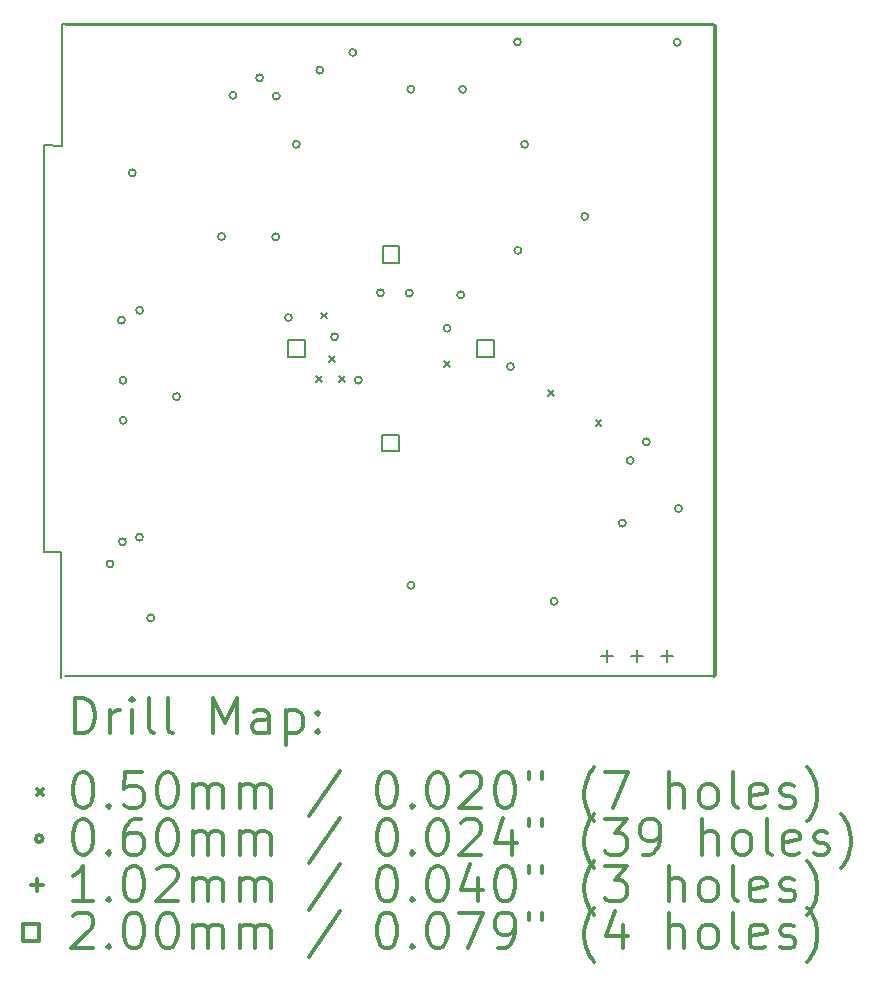
<source format=gbr>
%FSLAX45Y45*%
G04 Gerber Fmt 4.5, Leading zero omitted, Abs format (unit mm)*
G04 Created by KiCad (PCBNEW 4.0.6) date 05/08/17 07:10:59*
%MOMM*%
%LPD*%
G01*
G04 APERTURE LIST*
%ADD10C,0.127000*%
%ADD11C,0.150000*%
%ADD12C,0.200000*%
%ADD13C,0.300000*%
G04 APERTURE END LIST*
D10*
D11*
X20994170Y-8797350D02*
X20834450Y-8787510D01*
X20834450Y-8787510D02*
X20839530Y-12232470D01*
X20839530Y-12232470D02*
X20984330Y-12227930D01*
X20984330Y-12227930D02*
X20984330Y-13294730D01*
X26513530Y-13290290D02*
X26518610Y-7765790D01*
X26518610Y-7765790D02*
X20986870Y-7759450D01*
X20986870Y-7759450D02*
X20994170Y-8797350D01*
X26509810Y-13264390D02*
X26509810Y-7764390D01*
X26513210Y-7761890D02*
X21013210Y-7761890D01*
X26513210Y-13261890D02*
X26513210Y-7761890D01*
X21019610Y-13278290D02*
X26519610Y-13278290D01*
X26519610Y-13278290D02*
X26519610Y-7778290D01*
X26524010Y-7771090D02*
X21024010Y-7771090D01*
X26524010Y-13271090D02*
X26524010Y-7771090D01*
D12*
X23141310Y-10743190D02*
X23191310Y-10793190D01*
X23191310Y-10743190D02*
X23141310Y-10793190D01*
X23185210Y-10204190D02*
X23235210Y-10254190D01*
X23235210Y-10204190D02*
X23185210Y-10254190D01*
X23247610Y-10574490D02*
X23297610Y-10624490D01*
X23297610Y-10574490D02*
X23247610Y-10624490D01*
X23338710Y-10743190D02*
X23388710Y-10793190D01*
X23388710Y-10743190D02*
X23338710Y-10793190D01*
X24226910Y-10613790D02*
X24276910Y-10663790D01*
X24276910Y-10613790D02*
X24226910Y-10663790D01*
X25108410Y-10863290D02*
X25158410Y-10913290D01*
X25158410Y-10863290D02*
X25108410Y-10913290D01*
X25507410Y-11117890D02*
X25557410Y-11167890D01*
X25557410Y-11117890D02*
X25507410Y-11167890D01*
X21426710Y-12331990D02*
G75*
G03X21426710Y-12331990I-30000J0D01*
G01*
X21523510Y-10268890D02*
G75*
G03X21523510Y-10268890I-30000J0D01*
G01*
X21531810Y-12145290D02*
G75*
G03X21531810Y-12145290I-30000J0D01*
G01*
X21536010Y-10776590D02*
G75*
G03X21536010Y-10776590I-30000J0D01*
G01*
X21538410Y-11116290D02*
G75*
G03X21538410Y-11116290I-30000J0D01*
G01*
X21614310Y-9021090D02*
G75*
G03X21614310Y-9021090I-30000J0D01*
G01*
X21676210Y-12105990D02*
G75*
G03X21676210Y-12105990I-30000J0D01*
G01*
X21677010Y-10184890D02*
G75*
G03X21677010Y-10184890I-30000J0D01*
G01*
X21770310Y-12789590D02*
G75*
G03X21770310Y-12789590I-30000J0D01*
G01*
X21989910Y-10916290D02*
G75*
G03X21989910Y-10916290I-30000J0D01*
G01*
X22370610Y-9560090D02*
G75*
G03X22370610Y-9560090I-30000J0D01*
G01*
X22467360Y-8365540D02*
G75*
G03X22467360Y-8365540I-30000J0D01*
G01*
X22692910Y-8217290D02*
G75*
G03X22692910Y-8217290I-30000J0D01*
G01*
X22829710Y-9563290D02*
G75*
G03X22829710Y-9563290I-30000J0D01*
G01*
X22834210Y-8372390D02*
G75*
G03X22834210Y-8372390I-30000J0D01*
G01*
X22936710Y-10247090D02*
G75*
G03X22936710Y-10247090I-30000J0D01*
G01*
X23004310Y-8779490D02*
G75*
G03X23004310Y-8779490I-30000J0D01*
G01*
X23203430Y-8151870D02*
G75*
G03X23203430Y-8151870I-30000J0D01*
G01*
X23327890Y-10409930D02*
G75*
G03X23327890Y-10409930I-30000J0D01*
G01*
X23482830Y-8002010D02*
G75*
G03X23482830Y-8002010I-30000J0D01*
G01*
X23528550Y-10775690D02*
G75*
G03X23528550Y-10775690I-30000J0D01*
G01*
X23716510Y-10036550D02*
G75*
G03X23716510Y-10036550I-30000J0D01*
G01*
X23959870Y-10039210D02*
G75*
G03X23959870Y-10039210I-30000J0D01*
G01*
X23973050Y-8314430D02*
G75*
G03X23973050Y-8314430I-30000J0D01*
G01*
X23974410Y-12513790D02*
G75*
G03X23974410Y-12513790I-30000J0D01*
G01*
X24280390Y-10336270D02*
G75*
G03X24280390Y-10336270I-30000J0D01*
G01*
X24396010Y-10053690D02*
G75*
G03X24396010Y-10053690I-30000J0D01*
G01*
X24412470Y-8314430D02*
G75*
G03X24412470Y-8314430I-30000J0D01*
G01*
X24816330Y-10661390D02*
G75*
G03X24816330Y-10661390I-30000J0D01*
G01*
X24877010Y-7912790D02*
G75*
G03X24877010Y-7912790I-30000J0D01*
G01*
X24879610Y-9678190D02*
G75*
G03X24879610Y-9678190I-30000J0D01*
G01*
X24936910Y-8779490D02*
G75*
G03X24936910Y-8779490I-30000J0D01*
G01*
X25186510Y-12649690D02*
G75*
G03X25186510Y-12649690I-30000J0D01*
G01*
X25446410Y-9390290D02*
G75*
G03X25446410Y-9390290I-30000J0D01*
G01*
X25764110Y-11986090D02*
G75*
G03X25764110Y-11986090I-30000J0D01*
G01*
X25830810Y-11456390D02*
G75*
G03X25830810Y-11456390I-30000J0D01*
G01*
X25966950Y-11298930D02*
G75*
G03X25966950Y-11298930I-30000J0D01*
G01*
X26228810Y-7916590D02*
G75*
G03X26228810Y-7916590I-30000J0D01*
G01*
X26239410Y-11863390D02*
G75*
G03X26239410Y-11863390I-30000J0D01*
G01*
X25604210Y-13059150D02*
X25604210Y-13160750D01*
X25553410Y-13109950D02*
X25655010Y-13109950D01*
X25858210Y-13059150D02*
X25858210Y-13160750D01*
X25807410Y-13109950D02*
X25909010Y-13109950D01*
X26112210Y-13059150D02*
X26112210Y-13160750D01*
X26061410Y-13109950D02*
X26163010Y-13109950D01*
X23046021Y-10579701D02*
X23046021Y-10438279D01*
X22904599Y-10438279D01*
X22904599Y-10579701D01*
X23046021Y-10579701D01*
X23843581Y-11379801D02*
X23843581Y-11238379D01*
X23702159Y-11238379D01*
X23702159Y-11379801D01*
X23843581Y-11379801D01*
X23846821Y-9781601D02*
X23846821Y-9640179D01*
X23705399Y-9640179D01*
X23705399Y-9781601D01*
X23846821Y-9781601D01*
X24646221Y-10579701D02*
X24646221Y-10438279D01*
X24504799Y-10438279D01*
X24504799Y-10579701D01*
X24646221Y-10579701D01*
D13*
X21098379Y-13767944D02*
X21098379Y-13467944D01*
X21169807Y-13467944D01*
X21212664Y-13482230D01*
X21241236Y-13510801D01*
X21255521Y-13539373D01*
X21269807Y-13596516D01*
X21269807Y-13639373D01*
X21255521Y-13696516D01*
X21241236Y-13725087D01*
X21212664Y-13753659D01*
X21169807Y-13767944D01*
X21098379Y-13767944D01*
X21398379Y-13767944D02*
X21398379Y-13567944D01*
X21398379Y-13625087D02*
X21412664Y-13596516D01*
X21426950Y-13582230D01*
X21455521Y-13567944D01*
X21484093Y-13567944D01*
X21584093Y-13767944D02*
X21584093Y-13567944D01*
X21584093Y-13467944D02*
X21569807Y-13482230D01*
X21584093Y-13496516D01*
X21598379Y-13482230D01*
X21584093Y-13467944D01*
X21584093Y-13496516D01*
X21769807Y-13767944D02*
X21741236Y-13753659D01*
X21726950Y-13725087D01*
X21726950Y-13467944D01*
X21926950Y-13767944D02*
X21898379Y-13753659D01*
X21884093Y-13725087D01*
X21884093Y-13467944D01*
X22269807Y-13767944D02*
X22269807Y-13467944D01*
X22369807Y-13682230D01*
X22469807Y-13467944D01*
X22469807Y-13767944D01*
X22741236Y-13767944D02*
X22741236Y-13610801D01*
X22726950Y-13582230D01*
X22698378Y-13567944D01*
X22641236Y-13567944D01*
X22612664Y-13582230D01*
X22741236Y-13753659D02*
X22712664Y-13767944D01*
X22641236Y-13767944D01*
X22612664Y-13753659D01*
X22598378Y-13725087D01*
X22598378Y-13696516D01*
X22612664Y-13667944D01*
X22641236Y-13653659D01*
X22712664Y-13653659D01*
X22741236Y-13639373D01*
X22884093Y-13567944D02*
X22884093Y-13867944D01*
X22884093Y-13582230D02*
X22912664Y-13567944D01*
X22969807Y-13567944D01*
X22998378Y-13582230D01*
X23012664Y-13596516D01*
X23026950Y-13625087D01*
X23026950Y-13710801D01*
X23012664Y-13739373D01*
X22998378Y-13753659D01*
X22969807Y-13767944D01*
X22912664Y-13767944D01*
X22884093Y-13753659D01*
X23155521Y-13739373D02*
X23169807Y-13753659D01*
X23155521Y-13767944D01*
X23141236Y-13753659D01*
X23155521Y-13739373D01*
X23155521Y-13767944D01*
X23155521Y-13582230D02*
X23169807Y-13596516D01*
X23155521Y-13610801D01*
X23141236Y-13596516D01*
X23155521Y-13582230D01*
X23155521Y-13610801D01*
X20776950Y-14237230D02*
X20826950Y-14287230D01*
X20826950Y-14237230D02*
X20776950Y-14287230D01*
X21155521Y-14097944D02*
X21184093Y-14097944D01*
X21212664Y-14112230D01*
X21226950Y-14126516D01*
X21241236Y-14155087D01*
X21255521Y-14212230D01*
X21255521Y-14283659D01*
X21241236Y-14340801D01*
X21226950Y-14369373D01*
X21212664Y-14383659D01*
X21184093Y-14397944D01*
X21155521Y-14397944D01*
X21126950Y-14383659D01*
X21112664Y-14369373D01*
X21098379Y-14340801D01*
X21084093Y-14283659D01*
X21084093Y-14212230D01*
X21098379Y-14155087D01*
X21112664Y-14126516D01*
X21126950Y-14112230D01*
X21155521Y-14097944D01*
X21384093Y-14369373D02*
X21398379Y-14383659D01*
X21384093Y-14397944D01*
X21369807Y-14383659D01*
X21384093Y-14369373D01*
X21384093Y-14397944D01*
X21669807Y-14097944D02*
X21526950Y-14097944D01*
X21512664Y-14240801D01*
X21526950Y-14226516D01*
X21555521Y-14212230D01*
X21626950Y-14212230D01*
X21655521Y-14226516D01*
X21669807Y-14240801D01*
X21684093Y-14269373D01*
X21684093Y-14340801D01*
X21669807Y-14369373D01*
X21655521Y-14383659D01*
X21626950Y-14397944D01*
X21555521Y-14397944D01*
X21526950Y-14383659D01*
X21512664Y-14369373D01*
X21869807Y-14097944D02*
X21898379Y-14097944D01*
X21926950Y-14112230D01*
X21941236Y-14126516D01*
X21955521Y-14155087D01*
X21969807Y-14212230D01*
X21969807Y-14283659D01*
X21955521Y-14340801D01*
X21941236Y-14369373D01*
X21926950Y-14383659D01*
X21898379Y-14397944D01*
X21869807Y-14397944D01*
X21841236Y-14383659D01*
X21826950Y-14369373D01*
X21812664Y-14340801D01*
X21798379Y-14283659D01*
X21798379Y-14212230D01*
X21812664Y-14155087D01*
X21826950Y-14126516D01*
X21841236Y-14112230D01*
X21869807Y-14097944D01*
X22098379Y-14397944D02*
X22098379Y-14197944D01*
X22098379Y-14226516D02*
X22112664Y-14212230D01*
X22141236Y-14197944D01*
X22184093Y-14197944D01*
X22212664Y-14212230D01*
X22226950Y-14240801D01*
X22226950Y-14397944D01*
X22226950Y-14240801D02*
X22241236Y-14212230D01*
X22269807Y-14197944D01*
X22312664Y-14197944D01*
X22341236Y-14212230D01*
X22355521Y-14240801D01*
X22355521Y-14397944D01*
X22498378Y-14397944D02*
X22498378Y-14197944D01*
X22498378Y-14226516D02*
X22512664Y-14212230D01*
X22541236Y-14197944D01*
X22584093Y-14197944D01*
X22612664Y-14212230D01*
X22626950Y-14240801D01*
X22626950Y-14397944D01*
X22626950Y-14240801D02*
X22641236Y-14212230D01*
X22669807Y-14197944D01*
X22712664Y-14197944D01*
X22741236Y-14212230D01*
X22755521Y-14240801D01*
X22755521Y-14397944D01*
X23341236Y-14083659D02*
X23084093Y-14469373D01*
X23726950Y-14097944D02*
X23755521Y-14097944D01*
X23784093Y-14112230D01*
X23798378Y-14126516D01*
X23812664Y-14155087D01*
X23826950Y-14212230D01*
X23826950Y-14283659D01*
X23812664Y-14340801D01*
X23798378Y-14369373D01*
X23784093Y-14383659D01*
X23755521Y-14397944D01*
X23726950Y-14397944D01*
X23698378Y-14383659D01*
X23684093Y-14369373D01*
X23669807Y-14340801D01*
X23655521Y-14283659D01*
X23655521Y-14212230D01*
X23669807Y-14155087D01*
X23684093Y-14126516D01*
X23698378Y-14112230D01*
X23726950Y-14097944D01*
X23955521Y-14369373D02*
X23969807Y-14383659D01*
X23955521Y-14397944D01*
X23941236Y-14383659D01*
X23955521Y-14369373D01*
X23955521Y-14397944D01*
X24155521Y-14097944D02*
X24184093Y-14097944D01*
X24212664Y-14112230D01*
X24226950Y-14126516D01*
X24241235Y-14155087D01*
X24255521Y-14212230D01*
X24255521Y-14283659D01*
X24241235Y-14340801D01*
X24226950Y-14369373D01*
X24212664Y-14383659D01*
X24184093Y-14397944D01*
X24155521Y-14397944D01*
X24126950Y-14383659D01*
X24112664Y-14369373D01*
X24098378Y-14340801D01*
X24084093Y-14283659D01*
X24084093Y-14212230D01*
X24098378Y-14155087D01*
X24112664Y-14126516D01*
X24126950Y-14112230D01*
X24155521Y-14097944D01*
X24369807Y-14126516D02*
X24384093Y-14112230D01*
X24412664Y-14097944D01*
X24484093Y-14097944D01*
X24512664Y-14112230D01*
X24526950Y-14126516D01*
X24541235Y-14155087D01*
X24541235Y-14183659D01*
X24526950Y-14226516D01*
X24355521Y-14397944D01*
X24541235Y-14397944D01*
X24726950Y-14097944D02*
X24755521Y-14097944D01*
X24784093Y-14112230D01*
X24798378Y-14126516D01*
X24812664Y-14155087D01*
X24826950Y-14212230D01*
X24826950Y-14283659D01*
X24812664Y-14340801D01*
X24798378Y-14369373D01*
X24784093Y-14383659D01*
X24755521Y-14397944D01*
X24726950Y-14397944D01*
X24698378Y-14383659D01*
X24684093Y-14369373D01*
X24669807Y-14340801D01*
X24655521Y-14283659D01*
X24655521Y-14212230D01*
X24669807Y-14155087D01*
X24684093Y-14126516D01*
X24698378Y-14112230D01*
X24726950Y-14097944D01*
X24941236Y-14097944D02*
X24941236Y-14155087D01*
X25055521Y-14097944D02*
X25055521Y-14155087D01*
X25498378Y-14512230D02*
X25484093Y-14497944D01*
X25455521Y-14455087D01*
X25441235Y-14426516D01*
X25426950Y-14383659D01*
X25412664Y-14312230D01*
X25412664Y-14255087D01*
X25426950Y-14183659D01*
X25441235Y-14140801D01*
X25455521Y-14112230D01*
X25484093Y-14069373D01*
X25498378Y-14055087D01*
X25584093Y-14097944D02*
X25784093Y-14097944D01*
X25655521Y-14397944D01*
X26126950Y-14397944D02*
X26126950Y-14097944D01*
X26255521Y-14397944D02*
X26255521Y-14240801D01*
X26241235Y-14212230D01*
X26212664Y-14197944D01*
X26169807Y-14197944D01*
X26141235Y-14212230D01*
X26126950Y-14226516D01*
X26441235Y-14397944D02*
X26412664Y-14383659D01*
X26398378Y-14369373D01*
X26384093Y-14340801D01*
X26384093Y-14255087D01*
X26398378Y-14226516D01*
X26412664Y-14212230D01*
X26441235Y-14197944D01*
X26484093Y-14197944D01*
X26512664Y-14212230D01*
X26526950Y-14226516D01*
X26541235Y-14255087D01*
X26541235Y-14340801D01*
X26526950Y-14369373D01*
X26512664Y-14383659D01*
X26484093Y-14397944D01*
X26441235Y-14397944D01*
X26712664Y-14397944D02*
X26684093Y-14383659D01*
X26669807Y-14355087D01*
X26669807Y-14097944D01*
X26941236Y-14383659D02*
X26912664Y-14397944D01*
X26855521Y-14397944D01*
X26826950Y-14383659D01*
X26812664Y-14355087D01*
X26812664Y-14240801D01*
X26826950Y-14212230D01*
X26855521Y-14197944D01*
X26912664Y-14197944D01*
X26941236Y-14212230D01*
X26955521Y-14240801D01*
X26955521Y-14269373D01*
X26812664Y-14297944D01*
X27069807Y-14383659D02*
X27098378Y-14397944D01*
X27155521Y-14397944D01*
X27184093Y-14383659D01*
X27198378Y-14355087D01*
X27198378Y-14340801D01*
X27184093Y-14312230D01*
X27155521Y-14297944D01*
X27112664Y-14297944D01*
X27084093Y-14283659D01*
X27069807Y-14255087D01*
X27069807Y-14240801D01*
X27084093Y-14212230D01*
X27112664Y-14197944D01*
X27155521Y-14197944D01*
X27184093Y-14212230D01*
X27298378Y-14512230D02*
X27312664Y-14497944D01*
X27341236Y-14455087D01*
X27355521Y-14426516D01*
X27369807Y-14383659D01*
X27384093Y-14312230D01*
X27384093Y-14255087D01*
X27369807Y-14183659D01*
X27355521Y-14140801D01*
X27341236Y-14112230D01*
X27312664Y-14069373D01*
X27298378Y-14055087D01*
X20826950Y-14658230D02*
G75*
G03X20826950Y-14658230I-30000J0D01*
G01*
X21155521Y-14493944D02*
X21184093Y-14493944D01*
X21212664Y-14508230D01*
X21226950Y-14522516D01*
X21241236Y-14551087D01*
X21255521Y-14608230D01*
X21255521Y-14679659D01*
X21241236Y-14736801D01*
X21226950Y-14765373D01*
X21212664Y-14779659D01*
X21184093Y-14793944D01*
X21155521Y-14793944D01*
X21126950Y-14779659D01*
X21112664Y-14765373D01*
X21098379Y-14736801D01*
X21084093Y-14679659D01*
X21084093Y-14608230D01*
X21098379Y-14551087D01*
X21112664Y-14522516D01*
X21126950Y-14508230D01*
X21155521Y-14493944D01*
X21384093Y-14765373D02*
X21398379Y-14779659D01*
X21384093Y-14793944D01*
X21369807Y-14779659D01*
X21384093Y-14765373D01*
X21384093Y-14793944D01*
X21655521Y-14493944D02*
X21598378Y-14493944D01*
X21569807Y-14508230D01*
X21555521Y-14522516D01*
X21526950Y-14565373D01*
X21512664Y-14622516D01*
X21512664Y-14736801D01*
X21526950Y-14765373D01*
X21541236Y-14779659D01*
X21569807Y-14793944D01*
X21626950Y-14793944D01*
X21655521Y-14779659D01*
X21669807Y-14765373D01*
X21684093Y-14736801D01*
X21684093Y-14665373D01*
X21669807Y-14636801D01*
X21655521Y-14622516D01*
X21626950Y-14608230D01*
X21569807Y-14608230D01*
X21541236Y-14622516D01*
X21526950Y-14636801D01*
X21512664Y-14665373D01*
X21869807Y-14493944D02*
X21898379Y-14493944D01*
X21926950Y-14508230D01*
X21941236Y-14522516D01*
X21955521Y-14551087D01*
X21969807Y-14608230D01*
X21969807Y-14679659D01*
X21955521Y-14736801D01*
X21941236Y-14765373D01*
X21926950Y-14779659D01*
X21898379Y-14793944D01*
X21869807Y-14793944D01*
X21841236Y-14779659D01*
X21826950Y-14765373D01*
X21812664Y-14736801D01*
X21798379Y-14679659D01*
X21798379Y-14608230D01*
X21812664Y-14551087D01*
X21826950Y-14522516D01*
X21841236Y-14508230D01*
X21869807Y-14493944D01*
X22098379Y-14793944D02*
X22098379Y-14593944D01*
X22098379Y-14622516D02*
X22112664Y-14608230D01*
X22141236Y-14593944D01*
X22184093Y-14593944D01*
X22212664Y-14608230D01*
X22226950Y-14636801D01*
X22226950Y-14793944D01*
X22226950Y-14636801D02*
X22241236Y-14608230D01*
X22269807Y-14593944D01*
X22312664Y-14593944D01*
X22341236Y-14608230D01*
X22355521Y-14636801D01*
X22355521Y-14793944D01*
X22498378Y-14793944D02*
X22498378Y-14593944D01*
X22498378Y-14622516D02*
X22512664Y-14608230D01*
X22541236Y-14593944D01*
X22584093Y-14593944D01*
X22612664Y-14608230D01*
X22626950Y-14636801D01*
X22626950Y-14793944D01*
X22626950Y-14636801D02*
X22641236Y-14608230D01*
X22669807Y-14593944D01*
X22712664Y-14593944D01*
X22741236Y-14608230D01*
X22755521Y-14636801D01*
X22755521Y-14793944D01*
X23341236Y-14479659D02*
X23084093Y-14865373D01*
X23726950Y-14493944D02*
X23755521Y-14493944D01*
X23784093Y-14508230D01*
X23798378Y-14522516D01*
X23812664Y-14551087D01*
X23826950Y-14608230D01*
X23826950Y-14679659D01*
X23812664Y-14736801D01*
X23798378Y-14765373D01*
X23784093Y-14779659D01*
X23755521Y-14793944D01*
X23726950Y-14793944D01*
X23698378Y-14779659D01*
X23684093Y-14765373D01*
X23669807Y-14736801D01*
X23655521Y-14679659D01*
X23655521Y-14608230D01*
X23669807Y-14551087D01*
X23684093Y-14522516D01*
X23698378Y-14508230D01*
X23726950Y-14493944D01*
X23955521Y-14765373D02*
X23969807Y-14779659D01*
X23955521Y-14793944D01*
X23941236Y-14779659D01*
X23955521Y-14765373D01*
X23955521Y-14793944D01*
X24155521Y-14493944D02*
X24184093Y-14493944D01*
X24212664Y-14508230D01*
X24226950Y-14522516D01*
X24241235Y-14551087D01*
X24255521Y-14608230D01*
X24255521Y-14679659D01*
X24241235Y-14736801D01*
X24226950Y-14765373D01*
X24212664Y-14779659D01*
X24184093Y-14793944D01*
X24155521Y-14793944D01*
X24126950Y-14779659D01*
X24112664Y-14765373D01*
X24098378Y-14736801D01*
X24084093Y-14679659D01*
X24084093Y-14608230D01*
X24098378Y-14551087D01*
X24112664Y-14522516D01*
X24126950Y-14508230D01*
X24155521Y-14493944D01*
X24369807Y-14522516D02*
X24384093Y-14508230D01*
X24412664Y-14493944D01*
X24484093Y-14493944D01*
X24512664Y-14508230D01*
X24526950Y-14522516D01*
X24541235Y-14551087D01*
X24541235Y-14579659D01*
X24526950Y-14622516D01*
X24355521Y-14793944D01*
X24541235Y-14793944D01*
X24798378Y-14593944D02*
X24798378Y-14793944D01*
X24726950Y-14479659D02*
X24655521Y-14693944D01*
X24841235Y-14693944D01*
X24941236Y-14493944D02*
X24941236Y-14551087D01*
X25055521Y-14493944D02*
X25055521Y-14551087D01*
X25498378Y-14908230D02*
X25484093Y-14893944D01*
X25455521Y-14851087D01*
X25441235Y-14822516D01*
X25426950Y-14779659D01*
X25412664Y-14708230D01*
X25412664Y-14651087D01*
X25426950Y-14579659D01*
X25441235Y-14536801D01*
X25455521Y-14508230D01*
X25484093Y-14465373D01*
X25498378Y-14451087D01*
X25584093Y-14493944D02*
X25769807Y-14493944D01*
X25669807Y-14608230D01*
X25712664Y-14608230D01*
X25741235Y-14622516D01*
X25755521Y-14636801D01*
X25769807Y-14665373D01*
X25769807Y-14736801D01*
X25755521Y-14765373D01*
X25741235Y-14779659D01*
X25712664Y-14793944D01*
X25626950Y-14793944D01*
X25598378Y-14779659D01*
X25584093Y-14765373D01*
X25912664Y-14793944D02*
X25969807Y-14793944D01*
X25998378Y-14779659D01*
X26012664Y-14765373D01*
X26041235Y-14722516D01*
X26055521Y-14665373D01*
X26055521Y-14551087D01*
X26041235Y-14522516D01*
X26026950Y-14508230D01*
X25998378Y-14493944D01*
X25941235Y-14493944D01*
X25912664Y-14508230D01*
X25898378Y-14522516D01*
X25884093Y-14551087D01*
X25884093Y-14622516D01*
X25898378Y-14651087D01*
X25912664Y-14665373D01*
X25941235Y-14679659D01*
X25998378Y-14679659D01*
X26026950Y-14665373D01*
X26041235Y-14651087D01*
X26055521Y-14622516D01*
X26412664Y-14793944D02*
X26412664Y-14493944D01*
X26541235Y-14793944D02*
X26541235Y-14636801D01*
X26526950Y-14608230D01*
X26498378Y-14593944D01*
X26455521Y-14593944D01*
X26426950Y-14608230D01*
X26412664Y-14622516D01*
X26726950Y-14793944D02*
X26698378Y-14779659D01*
X26684093Y-14765373D01*
X26669807Y-14736801D01*
X26669807Y-14651087D01*
X26684093Y-14622516D01*
X26698378Y-14608230D01*
X26726950Y-14593944D01*
X26769807Y-14593944D01*
X26798378Y-14608230D01*
X26812664Y-14622516D01*
X26826950Y-14651087D01*
X26826950Y-14736801D01*
X26812664Y-14765373D01*
X26798378Y-14779659D01*
X26769807Y-14793944D01*
X26726950Y-14793944D01*
X26998378Y-14793944D02*
X26969807Y-14779659D01*
X26955521Y-14751087D01*
X26955521Y-14493944D01*
X27226950Y-14779659D02*
X27198378Y-14793944D01*
X27141236Y-14793944D01*
X27112664Y-14779659D01*
X27098378Y-14751087D01*
X27098378Y-14636801D01*
X27112664Y-14608230D01*
X27141236Y-14593944D01*
X27198378Y-14593944D01*
X27226950Y-14608230D01*
X27241236Y-14636801D01*
X27241236Y-14665373D01*
X27098378Y-14693944D01*
X27355521Y-14779659D02*
X27384093Y-14793944D01*
X27441236Y-14793944D01*
X27469807Y-14779659D01*
X27484093Y-14751087D01*
X27484093Y-14736801D01*
X27469807Y-14708230D01*
X27441236Y-14693944D01*
X27398378Y-14693944D01*
X27369807Y-14679659D01*
X27355521Y-14651087D01*
X27355521Y-14636801D01*
X27369807Y-14608230D01*
X27398378Y-14593944D01*
X27441236Y-14593944D01*
X27469807Y-14608230D01*
X27584093Y-14908230D02*
X27598378Y-14893944D01*
X27626950Y-14851087D01*
X27641236Y-14822516D01*
X27655521Y-14779659D01*
X27669807Y-14708230D01*
X27669807Y-14651087D01*
X27655521Y-14579659D01*
X27641236Y-14536801D01*
X27626950Y-14508230D01*
X27598378Y-14465373D01*
X27584093Y-14451087D01*
X20776150Y-15003430D02*
X20776150Y-15105030D01*
X20725350Y-15054230D02*
X20826950Y-15054230D01*
X21255521Y-15189944D02*
X21084093Y-15189944D01*
X21169807Y-15189944D02*
X21169807Y-14889944D01*
X21141236Y-14932801D01*
X21112664Y-14961373D01*
X21084093Y-14975659D01*
X21384093Y-15161373D02*
X21398379Y-15175659D01*
X21384093Y-15189944D01*
X21369807Y-15175659D01*
X21384093Y-15161373D01*
X21384093Y-15189944D01*
X21584093Y-14889944D02*
X21612664Y-14889944D01*
X21641236Y-14904230D01*
X21655521Y-14918516D01*
X21669807Y-14947087D01*
X21684093Y-15004230D01*
X21684093Y-15075659D01*
X21669807Y-15132801D01*
X21655521Y-15161373D01*
X21641236Y-15175659D01*
X21612664Y-15189944D01*
X21584093Y-15189944D01*
X21555521Y-15175659D01*
X21541236Y-15161373D01*
X21526950Y-15132801D01*
X21512664Y-15075659D01*
X21512664Y-15004230D01*
X21526950Y-14947087D01*
X21541236Y-14918516D01*
X21555521Y-14904230D01*
X21584093Y-14889944D01*
X21798379Y-14918516D02*
X21812664Y-14904230D01*
X21841236Y-14889944D01*
X21912664Y-14889944D01*
X21941236Y-14904230D01*
X21955521Y-14918516D01*
X21969807Y-14947087D01*
X21969807Y-14975659D01*
X21955521Y-15018516D01*
X21784093Y-15189944D01*
X21969807Y-15189944D01*
X22098379Y-15189944D02*
X22098379Y-14989944D01*
X22098379Y-15018516D02*
X22112664Y-15004230D01*
X22141236Y-14989944D01*
X22184093Y-14989944D01*
X22212664Y-15004230D01*
X22226950Y-15032801D01*
X22226950Y-15189944D01*
X22226950Y-15032801D02*
X22241236Y-15004230D01*
X22269807Y-14989944D01*
X22312664Y-14989944D01*
X22341236Y-15004230D01*
X22355521Y-15032801D01*
X22355521Y-15189944D01*
X22498378Y-15189944D02*
X22498378Y-14989944D01*
X22498378Y-15018516D02*
X22512664Y-15004230D01*
X22541236Y-14989944D01*
X22584093Y-14989944D01*
X22612664Y-15004230D01*
X22626950Y-15032801D01*
X22626950Y-15189944D01*
X22626950Y-15032801D02*
X22641236Y-15004230D01*
X22669807Y-14989944D01*
X22712664Y-14989944D01*
X22741236Y-15004230D01*
X22755521Y-15032801D01*
X22755521Y-15189944D01*
X23341236Y-14875659D02*
X23084093Y-15261373D01*
X23726950Y-14889944D02*
X23755521Y-14889944D01*
X23784093Y-14904230D01*
X23798378Y-14918516D01*
X23812664Y-14947087D01*
X23826950Y-15004230D01*
X23826950Y-15075659D01*
X23812664Y-15132801D01*
X23798378Y-15161373D01*
X23784093Y-15175659D01*
X23755521Y-15189944D01*
X23726950Y-15189944D01*
X23698378Y-15175659D01*
X23684093Y-15161373D01*
X23669807Y-15132801D01*
X23655521Y-15075659D01*
X23655521Y-15004230D01*
X23669807Y-14947087D01*
X23684093Y-14918516D01*
X23698378Y-14904230D01*
X23726950Y-14889944D01*
X23955521Y-15161373D02*
X23969807Y-15175659D01*
X23955521Y-15189944D01*
X23941236Y-15175659D01*
X23955521Y-15161373D01*
X23955521Y-15189944D01*
X24155521Y-14889944D02*
X24184093Y-14889944D01*
X24212664Y-14904230D01*
X24226950Y-14918516D01*
X24241235Y-14947087D01*
X24255521Y-15004230D01*
X24255521Y-15075659D01*
X24241235Y-15132801D01*
X24226950Y-15161373D01*
X24212664Y-15175659D01*
X24184093Y-15189944D01*
X24155521Y-15189944D01*
X24126950Y-15175659D01*
X24112664Y-15161373D01*
X24098378Y-15132801D01*
X24084093Y-15075659D01*
X24084093Y-15004230D01*
X24098378Y-14947087D01*
X24112664Y-14918516D01*
X24126950Y-14904230D01*
X24155521Y-14889944D01*
X24512664Y-14989944D02*
X24512664Y-15189944D01*
X24441235Y-14875659D02*
X24369807Y-15089944D01*
X24555521Y-15089944D01*
X24726950Y-14889944D02*
X24755521Y-14889944D01*
X24784093Y-14904230D01*
X24798378Y-14918516D01*
X24812664Y-14947087D01*
X24826950Y-15004230D01*
X24826950Y-15075659D01*
X24812664Y-15132801D01*
X24798378Y-15161373D01*
X24784093Y-15175659D01*
X24755521Y-15189944D01*
X24726950Y-15189944D01*
X24698378Y-15175659D01*
X24684093Y-15161373D01*
X24669807Y-15132801D01*
X24655521Y-15075659D01*
X24655521Y-15004230D01*
X24669807Y-14947087D01*
X24684093Y-14918516D01*
X24698378Y-14904230D01*
X24726950Y-14889944D01*
X24941236Y-14889944D02*
X24941236Y-14947087D01*
X25055521Y-14889944D02*
X25055521Y-14947087D01*
X25498378Y-15304230D02*
X25484093Y-15289944D01*
X25455521Y-15247087D01*
X25441235Y-15218516D01*
X25426950Y-15175659D01*
X25412664Y-15104230D01*
X25412664Y-15047087D01*
X25426950Y-14975659D01*
X25441235Y-14932801D01*
X25455521Y-14904230D01*
X25484093Y-14861373D01*
X25498378Y-14847087D01*
X25584093Y-14889944D02*
X25769807Y-14889944D01*
X25669807Y-15004230D01*
X25712664Y-15004230D01*
X25741235Y-15018516D01*
X25755521Y-15032801D01*
X25769807Y-15061373D01*
X25769807Y-15132801D01*
X25755521Y-15161373D01*
X25741235Y-15175659D01*
X25712664Y-15189944D01*
X25626950Y-15189944D01*
X25598378Y-15175659D01*
X25584093Y-15161373D01*
X26126950Y-15189944D02*
X26126950Y-14889944D01*
X26255521Y-15189944D02*
X26255521Y-15032801D01*
X26241235Y-15004230D01*
X26212664Y-14989944D01*
X26169807Y-14989944D01*
X26141235Y-15004230D01*
X26126950Y-15018516D01*
X26441235Y-15189944D02*
X26412664Y-15175659D01*
X26398378Y-15161373D01*
X26384093Y-15132801D01*
X26384093Y-15047087D01*
X26398378Y-15018516D01*
X26412664Y-15004230D01*
X26441235Y-14989944D01*
X26484093Y-14989944D01*
X26512664Y-15004230D01*
X26526950Y-15018516D01*
X26541235Y-15047087D01*
X26541235Y-15132801D01*
X26526950Y-15161373D01*
X26512664Y-15175659D01*
X26484093Y-15189944D01*
X26441235Y-15189944D01*
X26712664Y-15189944D02*
X26684093Y-15175659D01*
X26669807Y-15147087D01*
X26669807Y-14889944D01*
X26941236Y-15175659D02*
X26912664Y-15189944D01*
X26855521Y-15189944D01*
X26826950Y-15175659D01*
X26812664Y-15147087D01*
X26812664Y-15032801D01*
X26826950Y-15004230D01*
X26855521Y-14989944D01*
X26912664Y-14989944D01*
X26941236Y-15004230D01*
X26955521Y-15032801D01*
X26955521Y-15061373D01*
X26812664Y-15089944D01*
X27069807Y-15175659D02*
X27098378Y-15189944D01*
X27155521Y-15189944D01*
X27184093Y-15175659D01*
X27198378Y-15147087D01*
X27198378Y-15132801D01*
X27184093Y-15104230D01*
X27155521Y-15089944D01*
X27112664Y-15089944D01*
X27084093Y-15075659D01*
X27069807Y-15047087D01*
X27069807Y-15032801D01*
X27084093Y-15004230D01*
X27112664Y-14989944D01*
X27155521Y-14989944D01*
X27184093Y-15004230D01*
X27298378Y-15304230D02*
X27312664Y-15289944D01*
X27341236Y-15247087D01*
X27355521Y-15218516D01*
X27369807Y-15175659D01*
X27384093Y-15104230D01*
X27384093Y-15047087D01*
X27369807Y-14975659D01*
X27355521Y-14932801D01*
X27341236Y-14904230D01*
X27312664Y-14861373D01*
X27298378Y-14847087D01*
X20797661Y-15520941D02*
X20797661Y-15379519D01*
X20656239Y-15379519D01*
X20656239Y-15520941D01*
X20797661Y-15520941D01*
X21084093Y-15314516D02*
X21098379Y-15300230D01*
X21126950Y-15285944D01*
X21198379Y-15285944D01*
X21226950Y-15300230D01*
X21241236Y-15314516D01*
X21255521Y-15343087D01*
X21255521Y-15371659D01*
X21241236Y-15414516D01*
X21069807Y-15585944D01*
X21255521Y-15585944D01*
X21384093Y-15557373D02*
X21398379Y-15571659D01*
X21384093Y-15585944D01*
X21369807Y-15571659D01*
X21384093Y-15557373D01*
X21384093Y-15585944D01*
X21584093Y-15285944D02*
X21612664Y-15285944D01*
X21641236Y-15300230D01*
X21655521Y-15314516D01*
X21669807Y-15343087D01*
X21684093Y-15400230D01*
X21684093Y-15471659D01*
X21669807Y-15528801D01*
X21655521Y-15557373D01*
X21641236Y-15571659D01*
X21612664Y-15585944D01*
X21584093Y-15585944D01*
X21555521Y-15571659D01*
X21541236Y-15557373D01*
X21526950Y-15528801D01*
X21512664Y-15471659D01*
X21512664Y-15400230D01*
X21526950Y-15343087D01*
X21541236Y-15314516D01*
X21555521Y-15300230D01*
X21584093Y-15285944D01*
X21869807Y-15285944D02*
X21898379Y-15285944D01*
X21926950Y-15300230D01*
X21941236Y-15314516D01*
X21955521Y-15343087D01*
X21969807Y-15400230D01*
X21969807Y-15471659D01*
X21955521Y-15528801D01*
X21941236Y-15557373D01*
X21926950Y-15571659D01*
X21898379Y-15585944D01*
X21869807Y-15585944D01*
X21841236Y-15571659D01*
X21826950Y-15557373D01*
X21812664Y-15528801D01*
X21798379Y-15471659D01*
X21798379Y-15400230D01*
X21812664Y-15343087D01*
X21826950Y-15314516D01*
X21841236Y-15300230D01*
X21869807Y-15285944D01*
X22098379Y-15585944D02*
X22098379Y-15385944D01*
X22098379Y-15414516D02*
X22112664Y-15400230D01*
X22141236Y-15385944D01*
X22184093Y-15385944D01*
X22212664Y-15400230D01*
X22226950Y-15428801D01*
X22226950Y-15585944D01*
X22226950Y-15428801D02*
X22241236Y-15400230D01*
X22269807Y-15385944D01*
X22312664Y-15385944D01*
X22341236Y-15400230D01*
X22355521Y-15428801D01*
X22355521Y-15585944D01*
X22498378Y-15585944D02*
X22498378Y-15385944D01*
X22498378Y-15414516D02*
X22512664Y-15400230D01*
X22541236Y-15385944D01*
X22584093Y-15385944D01*
X22612664Y-15400230D01*
X22626950Y-15428801D01*
X22626950Y-15585944D01*
X22626950Y-15428801D02*
X22641236Y-15400230D01*
X22669807Y-15385944D01*
X22712664Y-15385944D01*
X22741236Y-15400230D01*
X22755521Y-15428801D01*
X22755521Y-15585944D01*
X23341236Y-15271659D02*
X23084093Y-15657373D01*
X23726950Y-15285944D02*
X23755521Y-15285944D01*
X23784093Y-15300230D01*
X23798378Y-15314516D01*
X23812664Y-15343087D01*
X23826950Y-15400230D01*
X23826950Y-15471659D01*
X23812664Y-15528801D01*
X23798378Y-15557373D01*
X23784093Y-15571659D01*
X23755521Y-15585944D01*
X23726950Y-15585944D01*
X23698378Y-15571659D01*
X23684093Y-15557373D01*
X23669807Y-15528801D01*
X23655521Y-15471659D01*
X23655521Y-15400230D01*
X23669807Y-15343087D01*
X23684093Y-15314516D01*
X23698378Y-15300230D01*
X23726950Y-15285944D01*
X23955521Y-15557373D02*
X23969807Y-15571659D01*
X23955521Y-15585944D01*
X23941236Y-15571659D01*
X23955521Y-15557373D01*
X23955521Y-15585944D01*
X24155521Y-15285944D02*
X24184093Y-15285944D01*
X24212664Y-15300230D01*
X24226950Y-15314516D01*
X24241235Y-15343087D01*
X24255521Y-15400230D01*
X24255521Y-15471659D01*
X24241235Y-15528801D01*
X24226950Y-15557373D01*
X24212664Y-15571659D01*
X24184093Y-15585944D01*
X24155521Y-15585944D01*
X24126950Y-15571659D01*
X24112664Y-15557373D01*
X24098378Y-15528801D01*
X24084093Y-15471659D01*
X24084093Y-15400230D01*
X24098378Y-15343087D01*
X24112664Y-15314516D01*
X24126950Y-15300230D01*
X24155521Y-15285944D01*
X24355521Y-15285944D02*
X24555521Y-15285944D01*
X24426950Y-15585944D01*
X24684093Y-15585944D02*
X24741235Y-15585944D01*
X24769807Y-15571659D01*
X24784093Y-15557373D01*
X24812664Y-15514516D01*
X24826950Y-15457373D01*
X24826950Y-15343087D01*
X24812664Y-15314516D01*
X24798378Y-15300230D01*
X24769807Y-15285944D01*
X24712664Y-15285944D01*
X24684093Y-15300230D01*
X24669807Y-15314516D01*
X24655521Y-15343087D01*
X24655521Y-15414516D01*
X24669807Y-15443087D01*
X24684093Y-15457373D01*
X24712664Y-15471659D01*
X24769807Y-15471659D01*
X24798378Y-15457373D01*
X24812664Y-15443087D01*
X24826950Y-15414516D01*
X24941236Y-15285944D02*
X24941236Y-15343087D01*
X25055521Y-15285944D02*
X25055521Y-15343087D01*
X25498378Y-15700230D02*
X25484093Y-15685944D01*
X25455521Y-15643087D01*
X25441235Y-15614516D01*
X25426950Y-15571659D01*
X25412664Y-15500230D01*
X25412664Y-15443087D01*
X25426950Y-15371659D01*
X25441235Y-15328801D01*
X25455521Y-15300230D01*
X25484093Y-15257373D01*
X25498378Y-15243087D01*
X25741235Y-15385944D02*
X25741235Y-15585944D01*
X25669807Y-15271659D02*
X25598378Y-15485944D01*
X25784093Y-15485944D01*
X26126950Y-15585944D02*
X26126950Y-15285944D01*
X26255521Y-15585944D02*
X26255521Y-15428801D01*
X26241235Y-15400230D01*
X26212664Y-15385944D01*
X26169807Y-15385944D01*
X26141235Y-15400230D01*
X26126950Y-15414516D01*
X26441235Y-15585944D02*
X26412664Y-15571659D01*
X26398378Y-15557373D01*
X26384093Y-15528801D01*
X26384093Y-15443087D01*
X26398378Y-15414516D01*
X26412664Y-15400230D01*
X26441235Y-15385944D01*
X26484093Y-15385944D01*
X26512664Y-15400230D01*
X26526950Y-15414516D01*
X26541235Y-15443087D01*
X26541235Y-15528801D01*
X26526950Y-15557373D01*
X26512664Y-15571659D01*
X26484093Y-15585944D01*
X26441235Y-15585944D01*
X26712664Y-15585944D02*
X26684093Y-15571659D01*
X26669807Y-15543087D01*
X26669807Y-15285944D01*
X26941236Y-15571659D02*
X26912664Y-15585944D01*
X26855521Y-15585944D01*
X26826950Y-15571659D01*
X26812664Y-15543087D01*
X26812664Y-15428801D01*
X26826950Y-15400230D01*
X26855521Y-15385944D01*
X26912664Y-15385944D01*
X26941236Y-15400230D01*
X26955521Y-15428801D01*
X26955521Y-15457373D01*
X26812664Y-15485944D01*
X27069807Y-15571659D02*
X27098378Y-15585944D01*
X27155521Y-15585944D01*
X27184093Y-15571659D01*
X27198378Y-15543087D01*
X27198378Y-15528801D01*
X27184093Y-15500230D01*
X27155521Y-15485944D01*
X27112664Y-15485944D01*
X27084093Y-15471659D01*
X27069807Y-15443087D01*
X27069807Y-15428801D01*
X27084093Y-15400230D01*
X27112664Y-15385944D01*
X27155521Y-15385944D01*
X27184093Y-15400230D01*
X27298378Y-15700230D02*
X27312664Y-15685944D01*
X27341236Y-15643087D01*
X27355521Y-15614516D01*
X27369807Y-15571659D01*
X27384093Y-15500230D01*
X27384093Y-15443087D01*
X27369807Y-15371659D01*
X27355521Y-15328801D01*
X27341236Y-15300230D01*
X27312664Y-15257373D01*
X27298378Y-15243087D01*
M02*

</source>
